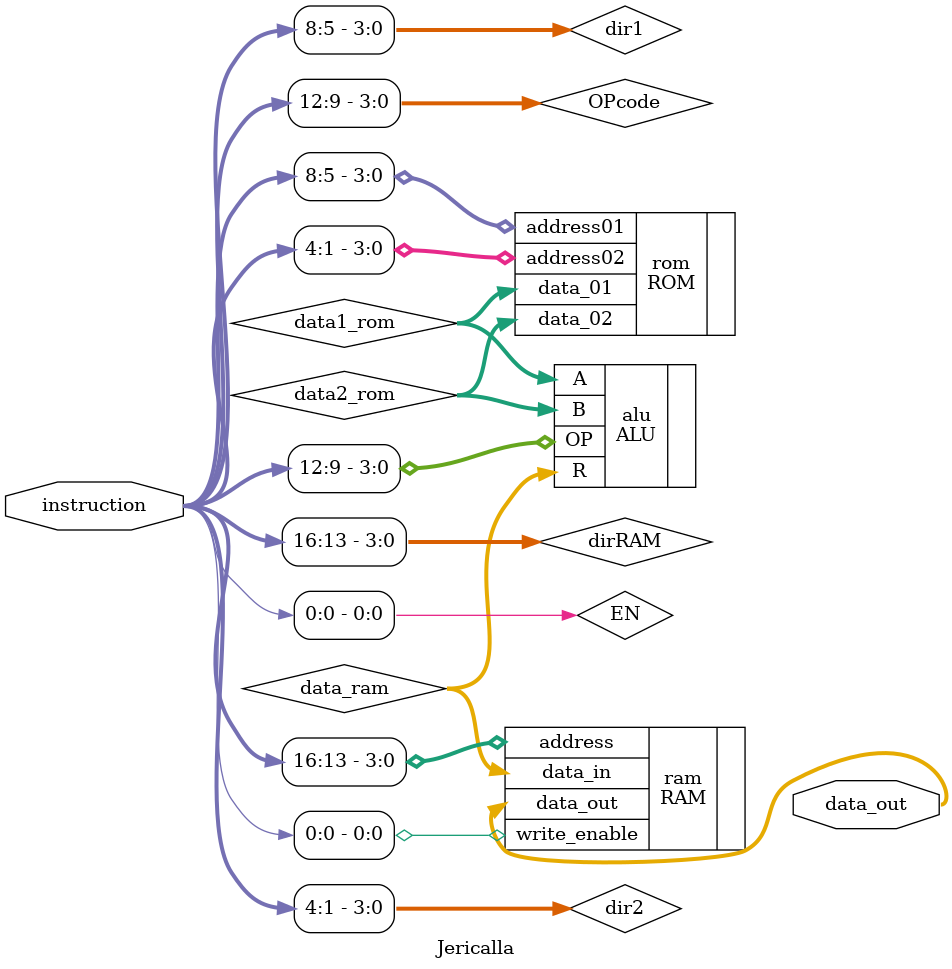
<source format=v>
module Jericalla
(
	input [16:0] instruction,
	output [31:0] data_out
);
	
	//Cables
	//Entrada de la RAM
	wire [3:0] dirRAM;
	//Conexión entre la ALU - RAM
	wire [31:0] data_ram;
	//Selector de opcion de la ALU
	wire [3:0] OPcode;
	//Entradas de la ROM
	wire [3:0] dir1;
	wire [3:0] dir2;
	//Conexiones interanas entre ROM - ALU
	wire [31:0] data1_rom;
	wire [31:0] data2_rom;
	//Habilitar la escritura en la RAM
	wire EN;
	
	//Asignaciones
	assign dirRAM = instruction[16:13];
	assign OPcode = instruction[12:9];
	assign dir1 = instruction[8:5];
	assign dir2 = instruction[4:1];
	assign EN = instruction[0];
	
	//Instancia de los modulos
	//Modulo ROM
	ROM rom 
	(
		.address01(dir1), 
		.address02(dir2),
		.data_01(data1_rom),
		.data_02(data2_rom)
	);
	//Modulo ALU
	ALU alu
	(
		.A(data1_rom),
		.B(data2_rom),
		.OP(OPcode),
		.R(data_ram)
	);
	//Modulo RAM
	RAM ram
	(
		.address(dirRAM),
		.data_in(data_ram),
		.write_enable(EN),
		.data_out(data_out)
	);
	
endmodule

</source>
